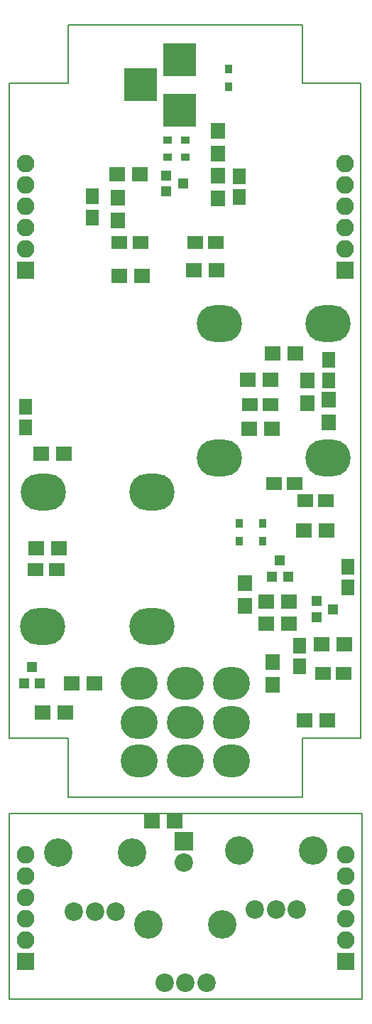
<source format=gbr>
G04 #@! TF.FileFunction,Soldermask,Bot*
%FSLAX46Y46*%
G04 Gerber Fmt 4.6, Leading zero omitted, Abs format (unit mm)*
G04 Created by KiCad (PCBNEW 4.0.7) date 01/20/18 14:01:03*
%MOMM*%
%LPD*%
G01*
G04 APERTURE LIST*
%ADD10C,0.100000*%
%ADD11C,0.150000*%
%ADD12R,1.200000X1.300000*%
%ADD13R,3.900000X3.900000*%
%ADD14O,5.400000X4.400000*%
%ADD15R,1.300000X1.200000*%
%ADD16O,4.400000X3.900000*%
%ADD17C,2.200000*%
%ADD18C,3.400000*%
%ADD19R,2.200000X2.200000*%
%ADD20R,2.100000X2.100000*%
%ADD21O,2.100000X2.100000*%
%ADD22R,0.850000X1.000000*%
%ADD23R,1.000000X0.850000*%
%ADD24R,1.650000X1.900000*%
%ADD25R,1.900000X1.650000*%
%ADD26R,1.700000X1.900000*%
%ADD27R,1.900000X1.700000*%
G04 APERTURE END LIST*
D10*
D11*
X96012000Y-188849000D02*
X96012000Y-110871000D01*
X61087000Y-195834000D02*
X89027000Y-195834000D01*
X61087000Y-188849000D02*
X54102000Y-188849000D01*
X54102000Y-110871000D02*
X54102000Y-188849000D01*
X89027000Y-103886000D02*
X61087000Y-103886000D01*
X96139000Y-197802500D02*
X54102000Y-197802500D01*
X96139000Y-197802500D02*
X96012000Y-197802500D01*
X96139000Y-219900500D02*
X96139000Y-197802500D01*
X54102000Y-219900500D02*
X54102000Y-197929500D01*
X54102000Y-197802500D02*
X54102000Y-197929500D01*
X54178200Y-219875100D02*
X96189800Y-219875100D01*
X61087000Y-110871000D02*
X54102000Y-110871000D01*
X61087000Y-103886000D02*
X61087000Y-110871000D01*
X89027000Y-110871000D02*
X96012000Y-110871000D01*
X89027000Y-103886000D02*
X89027000Y-110871000D01*
X89027000Y-188849000D02*
X89027000Y-195834000D01*
X96012000Y-188849000D02*
X89027000Y-188849000D01*
X61087000Y-188849000D02*
X61087000Y-195834000D01*
D12*
X57719000Y-182356000D03*
X55819000Y-182356000D03*
X56769000Y-180356000D03*
D13*
X74422000Y-114046000D03*
X74422000Y-108046000D03*
X69722000Y-111046000D03*
D14*
X79110700Y-155447000D03*
X79110700Y-139447000D03*
X92110700Y-139447000D03*
X92087700Y-155447000D03*
X71092200Y-159538400D03*
X71092200Y-175538400D03*
X58092200Y-175538400D03*
X58115200Y-159538400D03*
D15*
X90694000Y-174432000D03*
X90694000Y-172532000D03*
X92694000Y-173482000D03*
D12*
X87310000Y-169656000D03*
X85410000Y-169656000D03*
X86360000Y-167656000D03*
D15*
X72787000Y-123759000D03*
X72787000Y-121859000D03*
X74787000Y-122809000D03*
D16*
X69557000Y-182344000D03*
X75057000Y-182344000D03*
X80557000Y-182344000D03*
X69557000Y-186944000D03*
X75057000Y-186944000D03*
X80557000Y-186944000D03*
X69557000Y-191544000D03*
X75057000Y-191544000D03*
X80557000Y-191544000D03*
D17*
X83392000Y-209232500D03*
X85892000Y-209232500D03*
X88392000Y-209232500D03*
D18*
X81492000Y-202232500D03*
X90292000Y-202232500D03*
D17*
X72597000Y-217995500D03*
X75097000Y-217995500D03*
X77597000Y-217995500D03*
D18*
X70697000Y-210995500D03*
X79497000Y-210995500D03*
D17*
X61802000Y-209486500D03*
X64302000Y-209486500D03*
X66802000Y-209486500D03*
D18*
X59902000Y-202486500D03*
X68702000Y-202486500D03*
D19*
X74930000Y-201104500D03*
D17*
X74930000Y-203644500D03*
D20*
X94234000Y-215392000D03*
D21*
X94234000Y-212852000D03*
X94234000Y-210312000D03*
X94234000Y-207772000D03*
X94234000Y-205232000D03*
X94234000Y-202692000D03*
D20*
X56007000Y-215392000D03*
D21*
X56007000Y-212852000D03*
X56007000Y-210312000D03*
X56007000Y-207772000D03*
X56007000Y-205232000D03*
X56007000Y-202692000D03*
D20*
X94107000Y-133096000D03*
D21*
X94107000Y-130556000D03*
X94107000Y-128016000D03*
X94107000Y-125476000D03*
X94107000Y-122936000D03*
X94107000Y-120396000D03*
D20*
X56007000Y-133096000D03*
D21*
X56007000Y-130556000D03*
X56007000Y-128016000D03*
X56007000Y-125476000D03*
X56007000Y-122936000D03*
X56007000Y-120396000D03*
D22*
X80264000Y-111286000D03*
X80264000Y-109186000D03*
X84328000Y-165388000D03*
X84328000Y-163288000D03*
X81534000Y-163288000D03*
X81534000Y-165388000D03*
D23*
X75091000Y-119634000D03*
X72991000Y-119634000D03*
X72991000Y-117602000D03*
X75091000Y-117602000D03*
D24*
X88709500Y-177820000D03*
X88709500Y-180320000D03*
D25*
X93960000Y-181102000D03*
X91460000Y-181102000D03*
D24*
X94488000Y-168422000D03*
X94488000Y-170922000D03*
X92202000Y-143784000D03*
X92202000Y-146284000D03*
D25*
X89364500Y-160591500D03*
X91864500Y-160591500D03*
X85618000Y-158559500D03*
X88118000Y-158559500D03*
X85260500Y-149161500D03*
X82760500Y-149161500D03*
D24*
X64008000Y-124353000D03*
X64008000Y-126853000D03*
D25*
X69703000Y-129857500D03*
X67203000Y-129857500D03*
X78720000Y-129794000D03*
X76220000Y-129794000D03*
D24*
X81534000Y-124440000D03*
X81534000Y-121940000D03*
D25*
X57233500Y-168783000D03*
X59733500Y-168783000D03*
D24*
X56007000Y-151872000D03*
X56007000Y-149372000D03*
D26*
X85471000Y-179815500D03*
X85471000Y-182515500D03*
D27*
X84756000Y-175196500D03*
X87456000Y-175196500D03*
X94060000Y-177673000D03*
X91360000Y-177673000D03*
X92028000Y-186690000D03*
X89328000Y-186690000D03*
X84756000Y-172593000D03*
X87456000Y-172593000D03*
X85454500Y-143002000D03*
X88154500Y-143002000D03*
D26*
X92202000Y-148573500D03*
X92202000Y-151273500D03*
X89598500Y-148987500D03*
X89598500Y-146287500D03*
D27*
X89201000Y-164147500D03*
X91901000Y-164147500D03*
X82698600Y-152019000D03*
X85398600Y-152019000D03*
D26*
X82169000Y-170354000D03*
X82169000Y-173054000D03*
D27*
X85233500Y-146177000D03*
X82533500Y-146177000D03*
D26*
X67056000Y-127207000D03*
X67056000Y-124507000D03*
D27*
X69930000Y-133794500D03*
X67230000Y-133794500D03*
D26*
X78994000Y-116569500D03*
X78994000Y-119269500D03*
D27*
X69676000Y-121666000D03*
X66976000Y-121666000D03*
D26*
X78994000Y-124540000D03*
X78994000Y-121840000D03*
D27*
X76120000Y-133096000D03*
X78820000Y-133096000D03*
X59960500Y-166243000D03*
X57260500Y-166243000D03*
X61515000Y-182308500D03*
X64215000Y-182308500D03*
X60595500Y-154940000D03*
X57895500Y-154940000D03*
X58022500Y-185801000D03*
X60722500Y-185801000D03*
X73803500Y-198755000D03*
X71103500Y-198755000D03*
M02*

</source>
